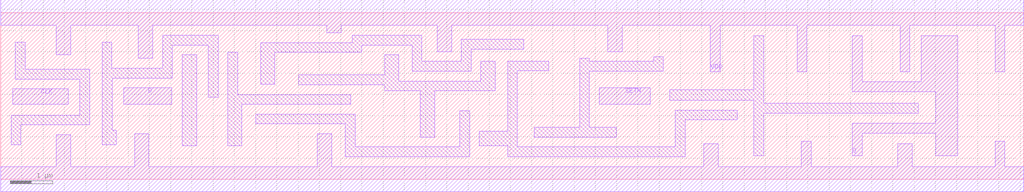
<source format=lef>
# Copyright 2022 GlobalFoundries PDK Authors
#
# Licensed under the Apache License, Version 2.0 (the "License");
# you may not use this file except in compliance with the License.
# You may obtain a copy of the License at
#
#      http://www.apache.org/licenses/LICENSE-2.0
#
# Unless required by applicable law or agreed to in writing, software
# distributed under the License is distributed on an "AS IS" BASIS,
# WITHOUT WARRANTIES OR CONDITIONS OF ANY KIND, either express or implied.
# See the License for the specific language governing permissions and
# limitations under the License.

MACRO gf180mcu_fd_sc_mcu7t5v0__dffsnq_4
  CLASS core ;
  FOREIGN gf180mcu_fd_sc_mcu7t5v0__dffsnq_4 0.0 0.0 ;
  ORIGIN 0 0 ;
  SYMMETRY X Y ;
  SITE GF018hv5v_mcu_sc7 ;
  SIZE 24.08 BY 3.92 ;
  PIN D
    DIRECTION INPUT ;
    ANTENNAGATEAREA 0.4685 ;
    PORT
      LAYER Metal1 ;
        POLYGON 2.89 1.77 4.03 1.77 4.03 2.15 2.89 2.15  ;
    END
  END D
  PIN SETN
    DIRECTION INPUT ;
    ANTENNAGATEAREA 1.1415 ;
    PORT
      LAYER Metal1 ;
        POLYGON 14.09 1.77 15.285 1.77 15.285 2.15 14.09 2.15  ;
    END
  END SETN
  PIN CLK
    DIRECTION INPUT ;
    USE clock ;
    ANTENNAGATEAREA 0.6755 ;
    PORT
      LAYER Metal1 ;
        POLYGON 0.28 1.765 1.59 1.765 1.59 2.13 0.28 2.13  ;
    END
  END CLK
  PIN Q
    DIRECTION OUTPUT ;
    ANTENNADIFFAREA 2.5972 ;
    PORT
      LAYER Metal1 ;
        POLYGON 20.05 2.06 21.605 2.06 22.01 2.06 22.01 1.315 20.045 1.315 20.045 0.55 20.28 0.55 20.28 1.085 22.01 1.085 22.01 0.55 22.535 0.55 22.535 3.38 21.67 3.38 21.67 2.29 21.605 2.29 20.28 2.29 20.28 3.38 20.05 3.38  ;
    END
  END Q
  PIN VDD
    DIRECTION INOUT ;
    USE power ;
    SHAPE ABUTMENT ;
    PORT
      LAYER Metal1 ;
        POLYGON 0 3.62 1.31 3.62 1.31 2.93 1.65 2.93 1.65 3.62 2.09 3.62 3.24 3.62 3.24 2.845 3.58 2.845 3.58 3.62 5.115 3.62 7.675 3.62 7.675 3.445 8.015 3.445 8.015 3.62 10.275 3.62 10.275 3.005 10.615 3.005 10.615 3.62 12.315 3.62 14.295 3.62 14.295 3.005 14.635 3.005 14.635 3.62 15.6 3.62 16.705 3.62 16.705 2.53 16.935 2.53 16.935 3.62 18.75 3.62 18.75 2.53 18.98 2.53 18.98 3.62 21.17 3.62 21.17 2.53 21.4 2.53 21.4 3.62 21.605 3.62 23.41 3.62 23.41 2.53 23.64 2.53 23.64 3.62 24.08 3.62 24.08 4.22 21.605 4.22 15.6 4.22 12.315 4.22 5.115 4.22 2.09 4.22 0 4.22  ;
    END
  END VDD
  PIN VSS
    DIRECTION INOUT ;
    USE ground ;
    SHAPE ABUTMENT ;
    PORT
      LAYER Metal1 ;
        POLYGON 0 -0.3 24.08 -0.3 24.08 0.3 23.64 0.3 23.64 0.89 23.41 0.89 23.41 0.3 21.455 0.3 21.455 0.835 21.115 0.835 21.115 0.3 19.08 0.3 19.08 0.89 18.85 0.89 18.85 0.3 16.895 0.3 16.895 0.835 16.555 0.835 16.555 0.3 7.795 0.3 7.795 1.075 7.455 1.075 7.455 0.3 3.49 0.3 3.49 1.075 3.15 1.075 3.15 0.3 1.65 0.3 1.65 1.05 1.31 1.05 1.31 0.3 0 0.3  ;
    END
  END VSS
  OBS
      LAYER Metal1 ;
        POLYGON 0.345 2.36 1.86 2.36 1.86 1.51 0.245 1.51 0.245 0.81 0.475 0.81 0.475 1.28 2.09 1.28 2.09 2.595 0.575 2.595 0.575 3.225 0.345 3.225  ;
        POLYGON 4.27 0.79 4.61 0.79 4.61 2.93 4.27 2.93  ;
        POLYGON 2.62 2.38 4.04 2.38 4.04 3.16 4.885 3.16 4.885 1.93 5.115 1.93 5.115 3.39 3.81 3.39 3.81 2.615 2.615 2.615 2.615 3.225 2.385 3.225 2.385 0.81 2.715 0.81 2.715 1.15 2.62 1.15  ;
        POLYGON 5.345 0.79 5.675 0.79 5.675 1.765 8.235 1.765 8.235 1.995 5.575 1.995 5.575 2.985 5.345 2.985  ;
        POLYGON 6 1.305 8.11 1.305 8.11 0.53 11.04 0.53 11.04 1.615 10.81 1.615 10.81 0.76 8.34 0.76 8.34 1.535 6 1.535  ;
        POLYGON 7.015 2.225 9.035 2.225 9.035 2.08 9.875 2.08 9.875 0.99 10.215 0.99 10.215 2.08 11.645 2.08 11.645 2.78 11.305 2.78 11.305 2.31 9.375 2.31 9.375 2.93 9.035 2.93 9.035 2.455 7.015 2.455  ;
        POLYGON 6.115 2.24 6.455 2.24 6.455 2.985 8.5 2.985 8.5 3.16 9.685 3.16 9.685 2.54 11.075 2.54 11.075 3.065 12.315 3.065 12.315 3.295 10.845 3.295 10.845 2.775 9.915 2.775 9.915 3.39 8.27 3.39 8.27 3.215 6.115 3.215  ;
        POLYGON 13.86 2.54 15.6 2.54 15.6 2.885 15.37 2.885 15.37 2.775 13.86 2.775 13.86 2.845 13.63 2.845 13.63 1.22 12.555 1.22 12.555 0.99 14.495 0.99 14.495 1.22 13.86 1.22  ;
        POLYGON 11.27 0.79 11.93 0.79 11.93 0.53 16.11 0.53 16.11 1.395 17.335 1.395 17.335 1.63 15.88 1.63 15.88 0.76 12.16 0.76 12.16 2.55 12.895 2.55 12.895 2.78 11.93 2.78 11.93 1.13 11.27 1.13  ;
        POLYGON 15.755 1.86 17.73 1.86 17.73 0.55 17.96 0.55 17.96 1.555 21.605 1.555 21.605 1.785 17.96 1.785 17.96 3.38 17.73 3.38 17.73 2.105 15.755 2.105  ;
  END
END gf180mcu_fd_sc_mcu7t5v0__dffsnq_4

</source>
